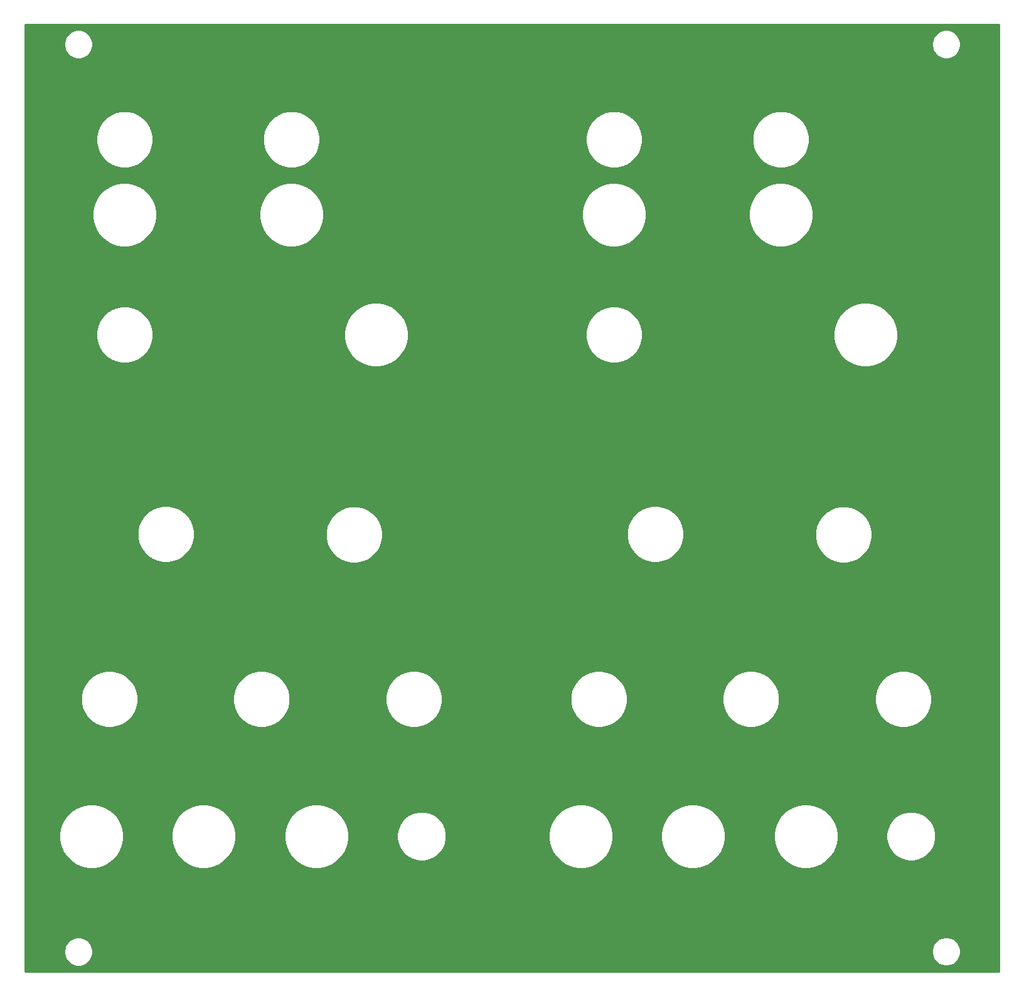
<source format=gbl>
%TF.GenerationSoftware,KiCad,Pcbnew,(5.1.12)-1*%
%TF.CreationDate,2021-11-26T17:34:04-08:00*%
%TF.ProjectId,VCA Front Pannel,56434120-4672-46f6-9e74-2050616e6e65,rev?*%
%TF.SameCoordinates,Original*%
%TF.FileFunction,Copper,L2,Bot*%
%TF.FilePolarity,Positive*%
%FSLAX46Y46*%
G04 Gerber Fmt 4.6, Leading zero omitted, Abs format (unit mm)*
G04 Created by KiCad (PCBNEW (5.1.12)-1) date 2021-11-26 17:34:04*
%MOMM*%
%LPD*%
G01*
G04 APERTURE LIST*
%TA.AperFunction,NonConductor*%
%ADD10C,0.254000*%
%TD*%
%TA.AperFunction,NonConductor*%
%ADD11C,0.100000*%
%TD*%
G04 APERTURE END LIST*
D10*
X163228001Y-152948000D02*
X31852000Y-152948000D01*
X31852000Y-150106710D01*
X37037496Y-150106710D01*
X37037496Y-150493290D01*
X37112914Y-150872441D01*
X37260851Y-151229594D01*
X37475623Y-151551024D01*
X37748976Y-151824377D01*
X38070406Y-152039149D01*
X38427559Y-152187086D01*
X38806710Y-152262504D01*
X39193290Y-152262504D01*
X39572441Y-152187086D01*
X39929594Y-152039149D01*
X40251024Y-151824377D01*
X40524377Y-151551024D01*
X40739149Y-151229594D01*
X40887086Y-150872441D01*
X40962504Y-150493290D01*
X40962504Y-150106710D01*
X40955821Y-150073110D01*
X154137496Y-150073110D01*
X154137496Y-150459690D01*
X154212914Y-150838841D01*
X154360851Y-151195994D01*
X154575623Y-151517424D01*
X154848976Y-151790777D01*
X155170406Y-152005549D01*
X155527559Y-152153486D01*
X155906710Y-152228904D01*
X156293290Y-152228904D01*
X156672441Y-152153486D01*
X157029594Y-152005549D01*
X157351024Y-151790777D01*
X157624377Y-151517424D01*
X157839149Y-151195994D01*
X157987086Y-150838841D01*
X158062504Y-150459690D01*
X158062504Y-150073110D01*
X157987086Y-149693959D01*
X157839149Y-149336806D01*
X157624377Y-149015376D01*
X157351024Y-148742023D01*
X157029594Y-148527251D01*
X156672441Y-148379314D01*
X156293290Y-148303896D01*
X155906710Y-148303896D01*
X155527559Y-148379314D01*
X155170406Y-148527251D01*
X154848976Y-148742023D01*
X154575623Y-149015376D01*
X154360851Y-149336806D01*
X154212914Y-149693959D01*
X154137496Y-150073110D01*
X40955821Y-150073110D01*
X40887086Y-149727559D01*
X40739149Y-149370406D01*
X40524377Y-149048976D01*
X40251024Y-148775623D01*
X39929594Y-148560851D01*
X39572441Y-148412914D01*
X39193290Y-148337496D01*
X38806710Y-148337496D01*
X38427559Y-148412914D01*
X38070406Y-148560851D01*
X37748976Y-148775623D01*
X37475623Y-149048976D01*
X37260851Y-149370406D01*
X37112914Y-149727559D01*
X37037496Y-150106710D01*
X31852000Y-150106710D01*
X31852000Y-134273469D01*
X36416052Y-134273469D01*
X36416052Y-135130531D01*
X36583257Y-135971125D01*
X36911240Y-136762947D01*
X37387398Y-137475567D01*
X37993433Y-138081602D01*
X38706053Y-138557760D01*
X39497875Y-138885743D01*
X40338469Y-139052948D01*
X41195531Y-139052948D01*
X42036125Y-138885743D01*
X42827947Y-138557760D01*
X43540567Y-138081602D01*
X44146602Y-137475567D01*
X44622760Y-136762947D01*
X44950743Y-135971125D01*
X45117948Y-135130531D01*
X45117948Y-134273469D01*
X51529052Y-134273469D01*
X51529052Y-135130531D01*
X51696257Y-135971125D01*
X52024240Y-136762947D01*
X52500398Y-137475567D01*
X53106433Y-138081602D01*
X53819053Y-138557760D01*
X54610875Y-138885743D01*
X55451469Y-139052948D01*
X56308531Y-139052948D01*
X57149125Y-138885743D01*
X57940947Y-138557760D01*
X58653567Y-138081602D01*
X59259602Y-137475567D01*
X59735760Y-136762947D01*
X60063743Y-135971125D01*
X60230948Y-135130531D01*
X60230948Y-134273469D01*
X66769052Y-134273469D01*
X66769052Y-135130531D01*
X66936257Y-135971125D01*
X67264240Y-136762947D01*
X67740398Y-137475567D01*
X68346433Y-138081602D01*
X69059053Y-138557760D01*
X69850875Y-138885743D01*
X70691469Y-139052948D01*
X71548531Y-139052948D01*
X72389125Y-138885743D01*
X73180947Y-138557760D01*
X73893567Y-138081602D01*
X74499602Y-137475567D01*
X74975760Y-136762947D01*
X75303743Y-135971125D01*
X75470948Y-135130531D01*
X75470948Y-134371486D01*
X81951237Y-134371486D01*
X81951237Y-135032514D01*
X82080197Y-135680840D01*
X82333161Y-136291550D01*
X82700409Y-136841174D01*
X83167826Y-137308591D01*
X83717450Y-137675839D01*
X84328160Y-137928803D01*
X84976486Y-138057763D01*
X85637514Y-138057763D01*
X86285840Y-137928803D01*
X86896550Y-137675839D01*
X87446174Y-137308591D01*
X87913591Y-136841174D01*
X88280839Y-136291550D01*
X88533803Y-135680840D01*
X88662763Y-135032514D01*
X88662763Y-134371486D01*
X88643267Y-134273469D01*
X102456052Y-134273469D01*
X102456052Y-135130531D01*
X102623257Y-135971125D01*
X102951240Y-136762947D01*
X103427398Y-137475567D01*
X104033433Y-138081602D01*
X104746053Y-138557760D01*
X105537875Y-138885743D01*
X106378469Y-139052948D01*
X107235531Y-139052948D01*
X108076125Y-138885743D01*
X108867947Y-138557760D01*
X109580567Y-138081602D01*
X110186602Y-137475567D01*
X110662760Y-136762947D01*
X110990743Y-135971125D01*
X111157948Y-135130531D01*
X111157948Y-134273469D01*
X117569052Y-134273469D01*
X117569052Y-135130531D01*
X117736257Y-135971125D01*
X118064240Y-136762947D01*
X118540398Y-137475567D01*
X119146433Y-138081602D01*
X119859053Y-138557760D01*
X120650875Y-138885743D01*
X121491469Y-139052948D01*
X122348531Y-139052948D01*
X123189125Y-138885743D01*
X123980947Y-138557760D01*
X124693567Y-138081602D01*
X125299602Y-137475567D01*
X125775760Y-136762947D01*
X126103743Y-135971125D01*
X126270948Y-135130531D01*
X126270948Y-134273469D01*
X132809052Y-134273469D01*
X132809052Y-135130531D01*
X132976257Y-135971125D01*
X133304240Y-136762947D01*
X133780398Y-137475567D01*
X134386433Y-138081602D01*
X135099053Y-138557760D01*
X135890875Y-138885743D01*
X136731469Y-139052948D01*
X137588531Y-139052948D01*
X138429125Y-138885743D01*
X139220947Y-138557760D01*
X139933567Y-138081602D01*
X140539602Y-137475567D01*
X141015760Y-136762947D01*
X141343743Y-135971125D01*
X141510948Y-135130531D01*
X141510948Y-134371486D01*
X147991237Y-134371486D01*
X147991237Y-135032514D01*
X148120197Y-135680840D01*
X148373161Y-136291550D01*
X148740409Y-136841174D01*
X149207826Y-137308591D01*
X149757450Y-137675839D01*
X150368160Y-137928803D01*
X151016486Y-138057763D01*
X151677514Y-138057763D01*
X152325840Y-137928803D01*
X152936550Y-137675839D01*
X153486174Y-137308591D01*
X153953591Y-136841174D01*
X154320839Y-136291550D01*
X154573803Y-135680840D01*
X154702763Y-135032514D01*
X154702763Y-134371486D01*
X154573803Y-133723160D01*
X154320839Y-133112450D01*
X153953591Y-132562826D01*
X153486174Y-132095409D01*
X152936550Y-131728161D01*
X152325840Y-131475197D01*
X151677514Y-131346237D01*
X151016486Y-131346237D01*
X150368160Y-131475197D01*
X149757450Y-131728161D01*
X149207826Y-132095409D01*
X148740409Y-132562826D01*
X148373161Y-133112450D01*
X148120197Y-133723160D01*
X147991237Y-134371486D01*
X141510948Y-134371486D01*
X141510948Y-134273469D01*
X141343743Y-133432875D01*
X141015760Y-132641053D01*
X140539602Y-131928433D01*
X139933567Y-131322398D01*
X139220947Y-130846240D01*
X138429125Y-130518257D01*
X137588531Y-130351052D01*
X136731469Y-130351052D01*
X135890875Y-130518257D01*
X135099053Y-130846240D01*
X134386433Y-131322398D01*
X133780398Y-131928433D01*
X133304240Y-132641053D01*
X132976257Y-133432875D01*
X132809052Y-134273469D01*
X126270948Y-134273469D01*
X126103743Y-133432875D01*
X125775760Y-132641053D01*
X125299602Y-131928433D01*
X124693567Y-131322398D01*
X123980947Y-130846240D01*
X123189125Y-130518257D01*
X122348531Y-130351052D01*
X121491469Y-130351052D01*
X120650875Y-130518257D01*
X119859053Y-130846240D01*
X119146433Y-131322398D01*
X118540398Y-131928433D01*
X118064240Y-132641053D01*
X117736257Y-133432875D01*
X117569052Y-134273469D01*
X111157948Y-134273469D01*
X110990743Y-133432875D01*
X110662760Y-132641053D01*
X110186602Y-131928433D01*
X109580567Y-131322398D01*
X108867947Y-130846240D01*
X108076125Y-130518257D01*
X107235531Y-130351052D01*
X106378469Y-130351052D01*
X105537875Y-130518257D01*
X104746053Y-130846240D01*
X104033433Y-131322398D01*
X103427398Y-131928433D01*
X102951240Y-132641053D01*
X102623257Y-133432875D01*
X102456052Y-134273469D01*
X88643267Y-134273469D01*
X88533803Y-133723160D01*
X88280839Y-133112450D01*
X87913591Y-132562826D01*
X87446174Y-132095409D01*
X86896550Y-131728161D01*
X86285840Y-131475197D01*
X85637514Y-131346237D01*
X84976486Y-131346237D01*
X84328160Y-131475197D01*
X83717450Y-131728161D01*
X83167826Y-132095409D01*
X82700409Y-132562826D01*
X82333161Y-133112450D01*
X82080197Y-133723160D01*
X81951237Y-134371486D01*
X75470948Y-134371486D01*
X75470948Y-134273469D01*
X75303743Y-133432875D01*
X74975760Y-132641053D01*
X74499602Y-131928433D01*
X73893567Y-131322398D01*
X73180947Y-130846240D01*
X72389125Y-130518257D01*
X71548531Y-130351052D01*
X70691469Y-130351052D01*
X69850875Y-130518257D01*
X69059053Y-130846240D01*
X68346433Y-131322398D01*
X67740398Y-131928433D01*
X67264240Y-132641053D01*
X66936257Y-133432875D01*
X66769052Y-134273469D01*
X60230948Y-134273469D01*
X60063743Y-133432875D01*
X59735760Y-132641053D01*
X59259602Y-131928433D01*
X58653567Y-131322398D01*
X57940947Y-130846240D01*
X57149125Y-130518257D01*
X56308531Y-130351052D01*
X55451469Y-130351052D01*
X54610875Y-130518257D01*
X53819053Y-130846240D01*
X53106433Y-131322398D01*
X52500398Y-131928433D01*
X52024240Y-132641053D01*
X51696257Y-133432875D01*
X51529052Y-134273469D01*
X45117948Y-134273469D01*
X44950743Y-133432875D01*
X44622760Y-132641053D01*
X44146602Y-131928433D01*
X43540567Y-131322398D01*
X42827947Y-130846240D01*
X42036125Y-130518257D01*
X41195531Y-130351052D01*
X40338469Y-130351052D01*
X39497875Y-130518257D01*
X38706053Y-130846240D01*
X37993433Y-131322398D01*
X37387398Y-131928433D01*
X36911240Y-132641053D01*
X36583257Y-133432875D01*
X36416052Y-134273469D01*
X31852000Y-134273469D01*
X31852000Y-115825478D01*
X39326645Y-115825478D01*
X39326645Y-116584522D01*
X39474727Y-117328982D01*
X39765201Y-118030248D01*
X40186904Y-118661371D01*
X40723629Y-119198096D01*
X41354752Y-119619799D01*
X42056018Y-119910273D01*
X42800478Y-120058355D01*
X43559522Y-120058355D01*
X44303982Y-119910273D01*
X45005248Y-119619799D01*
X45636371Y-119198096D01*
X46173096Y-118661371D01*
X46594799Y-118030248D01*
X46885273Y-117328982D01*
X47033355Y-116584522D01*
X47033355Y-115825478D01*
X59866645Y-115825478D01*
X59866645Y-116584522D01*
X60014727Y-117328982D01*
X60305201Y-118030248D01*
X60726904Y-118661371D01*
X61263629Y-119198096D01*
X61894752Y-119619799D01*
X62596018Y-119910273D01*
X63340478Y-120058355D01*
X64099522Y-120058355D01*
X64843982Y-119910273D01*
X65545248Y-119619799D01*
X66176371Y-119198096D01*
X66713096Y-118661371D01*
X67134799Y-118030248D01*
X67425273Y-117328982D01*
X67573355Y-116584522D01*
X67573355Y-115825478D01*
X80406645Y-115825478D01*
X80406645Y-116584522D01*
X80554727Y-117328982D01*
X80845201Y-118030248D01*
X81266904Y-118661371D01*
X81803629Y-119198096D01*
X82434752Y-119619799D01*
X83136018Y-119910273D01*
X83880478Y-120058355D01*
X84639522Y-120058355D01*
X85383982Y-119910273D01*
X86085248Y-119619799D01*
X86716371Y-119198096D01*
X87253096Y-118661371D01*
X87674799Y-118030248D01*
X87965273Y-117328982D01*
X88113355Y-116584522D01*
X88113355Y-115825478D01*
X105366645Y-115825478D01*
X105366645Y-116584522D01*
X105514727Y-117328982D01*
X105805201Y-118030248D01*
X106226904Y-118661371D01*
X106763629Y-119198096D01*
X107394752Y-119619799D01*
X108096018Y-119910273D01*
X108840478Y-120058355D01*
X109599522Y-120058355D01*
X110343982Y-119910273D01*
X111045248Y-119619799D01*
X111676371Y-119198096D01*
X112213096Y-118661371D01*
X112634799Y-118030248D01*
X112925273Y-117328982D01*
X113073355Y-116584522D01*
X113073355Y-115825478D01*
X125906645Y-115825478D01*
X125906645Y-116584522D01*
X126054727Y-117328982D01*
X126345201Y-118030248D01*
X126766904Y-118661371D01*
X127303629Y-119198096D01*
X127934752Y-119619799D01*
X128636018Y-119910273D01*
X129380478Y-120058355D01*
X130139522Y-120058355D01*
X130883982Y-119910273D01*
X131585248Y-119619799D01*
X132216371Y-119198096D01*
X132753096Y-118661371D01*
X133174799Y-118030248D01*
X133465273Y-117328982D01*
X133613355Y-116584522D01*
X133613355Y-115825478D01*
X146446645Y-115825478D01*
X146446645Y-116584522D01*
X146594727Y-117328982D01*
X146885201Y-118030248D01*
X147306904Y-118661371D01*
X147843629Y-119198096D01*
X148474752Y-119619799D01*
X149176018Y-119910273D01*
X149920478Y-120058355D01*
X150679522Y-120058355D01*
X151423982Y-119910273D01*
X152125248Y-119619799D01*
X152756371Y-119198096D01*
X153293096Y-118661371D01*
X153714799Y-118030248D01*
X154005273Y-117328982D01*
X154153355Y-116584522D01*
X154153355Y-115825478D01*
X154005273Y-115081018D01*
X153714799Y-114379752D01*
X153293096Y-113748629D01*
X152756371Y-113211904D01*
X152125248Y-112790201D01*
X151423982Y-112499727D01*
X150679522Y-112351645D01*
X149920478Y-112351645D01*
X149176018Y-112499727D01*
X148474752Y-112790201D01*
X147843629Y-113211904D01*
X147306904Y-113748629D01*
X146885201Y-114379752D01*
X146594727Y-115081018D01*
X146446645Y-115825478D01*
X133613355Y-115825478D01*
X133465273Y-115081018D01*
X133174799Y-114379752D01*
X132753096Y-113748629D01*
X132216371Y-113211904D01*
X131585248Y-112790201D01*
X130883982Y-112499727D01*
X130139522Y-112351645D01*
X129380478Y-112351645D01*
X128636018Y-112499727D01*
X127934752Y-112790201D01*
X127303629Y-113211904D01*
X126766904Y-113748629D01*
X126345201Y-114379752D01*
X126054727Y-115081018D01*
X125906645Y-115825478D01*
X113073355Y-115825478D01*
X112925273Y-115081018D01*
X112634799Y-114379752D01*
X112213096Y-113748629D01*
X111676371Y-113211904D01*
X111045248Y-112790201D01*
X110343982Y-112499727D01*
X109599522Y-112351645D01*
X108840478Y-112351645D01*
X108096018Y-112499727D01*
X107394752Y-112790201D01*
X106763629Y-113211904D01*
X106226904Y-113748629D01*
X105805201Y-114379752D01*
X105514727Y-115081018D01*
X105366645Y-115825478D01*
X88113355Y-115825478D01*
X87965273Y-115081018D01*
X87674799Y-114379752D01*
X87253096Y-113748629D01*
X86716371Y-113211904D01*
X86085248Y-112790201D01*
X85383982Y-112499727D01*
X84639522Y-112351645D01*
X83880478Y-112351645D01*
X83136018Y-112499727D01*
X82434752Y-112790201D01*
X81803629Y-113211904D01*
X81266904Y-113748629D01*
X80845201Y-114379752D01*
X80554727Y-115081018D01*
X80406645Y-115825478D01*
X67573355Y-115825478D01*
X67425273Y-115081018D01*
X67134799Y-114379752D01*
X66713096Y-113748629D01*
X66176371Y-113211904D01*
X65545248Y-112790201D01*
X64843982Y-112499727D01*
X64099522Y-112351645D01*
X63340478Y-112351645D01*
X62596018Y-112499727D01*
X61894752Y-112790201D01*
X61263629Y-113211904D01*
X60726904Y-113748629D01*
X60305201Y-114379752D01*
X60014727Y-115081018D01*
X59866645Y-115825478D01*
X47033355Y-115825478D01*
X46885273Y-115081018D01*
X46594799Y-114379752D01*
X46173096Y-113748629D01*
X45636371Y-113211904D01*
X45005248Y-112790201D01*
X44303982Y-112499727D01*
X43559522Y-112351645D01*
X42800478Y-112351645D01*
X42056018Y-112499727D01*
X41354752Y-112790201D01*
X40723629Y-113211904D01*
X40186904Y-113748629D01*
X39765201Y-114379752D01*
X39474727Y-115081018D01*
X39326645Y-115825478D01*
X31852000Y-115825478D01*
X31852000Y-93535478D01*
X46946645Y-93535478D01*
X46946645Y-94294522D01*
X47094727Y-95038982D01*
X47385201Y-95740248D01*
X47806904Y-96371371D01*
X48343629Y-96908096D01*
X48974752Y-97329799D01*
X49676018Y-97620273D01*
X50420478Y-97768355D01*
X51179522Y-97768355D01*
X51923982Y-97620273D01*
X52625248Y-97329799D01*
X53256371Y-96908096D01*
X53793096Y-96371371D01*
X54214799Y-95740248D01*
X54505273Y-95038982D01*
X54653355Y-94294522D01*
X54653355Y-93600478D01*
X72346645Y-93600478D01*
X72346645Y-94359522D01*
X72494727Y-95103982D01*
X72785201Y-95805248D01*
X73206904Y-96436371D01*
X73743629Y-96973096D01*
X74374752Y-97394799D01*
X75076018Y-97685273D01*
X75820478Y-97833355D01*
X76579522Y-97833355D01*
X77323982Y-97685273D01*
X78025248Y-97394799D01*
X78656371Y-96973096D01*
X79193096Y-96436371D01*
X79614799Y-95805248D01*
X79905273Y-95103982D01*
X80053355Y-94359522D01*
X80053355Y-93600478D01*
X80040426Y-93535478D01*
X112986645Y-93535478D01*
X112986645Y-94294522D01*
X113134727Y-95038982D01*
X113425201Y-95740248D01*
X113846904Y-96371371D01*
X114383629Y-96908096D01*
X115014752Y-97329799D01*
X115716018Y-97620273D01*
X116460478Y-97768355D01*
X117219522Y-97768355D01*
X117963982Y-97620273D01*
X118665248Y-97329799D01*
X119296371Y-96908096D01*
X119833096Y-96371371D01*
X120254799Y-95740248D01*
X120545273Y-95038982D01*
X120693355Y-94294522D01*
X120693355Y-93600478D01*
X138386645Y-93600478D01*
X138386645Y-94359522D01*
X138534727Y-95103982D01*
X138825201Y-95805248D01*
X139246904Y-96436371D01*
X139783629Y-96973096D01*
X140414752Y-97394799D01*
X141116018Y-97685273D01*
X141860478Y-97833355D01*
X142619522Y-97833355D01*
X143363982Y-97685273D01*
X144065248Y-97394799D01*
X144696371Y-96973096D01*
X145233096Y-96436371D01*
X145654799Y-95805248D01*
X145945273Y-95103982D01*
X146093355Y-94359522D01*
X146093355Y-93600478D01*
X145945273Y-92856018D01*
X145654799Y-92154752D01*
X145233096Y-91523629D01*
X144696371Y-90986904D01*
X144065248Y-90565201D01*
X143363982Y-90274727D01*
X142619522Y-90126645D01*
X141860478Y-90126645D01*
X141116018Y-90274727D01*
X140414752Y-90565201D01*
X139783629Y-90986904D01*
X139246904Y-91523629D01*
X138825201Y-92154752D01*
X138534727Y-92856018D01*
X138386645Y-93600478D01*
X120693355Y-93600478D01*
X120693355Y-93535478D01*
X120545273Y-92791018D01*
X120254799Y-92089752D01*
X119833096Y-91458629D01*
X119296371Y-90921904D01*
X118665248Y-90500201D01*
X117963982Y-90209727D01*
X117219522Y-90061645D01*
X116460478Y-90061645D01*
X115716018Y-90209727D01*
X115014752Y-90500201D01*
X114383629Y-90921904D01*
X113846904Y-91458629D01*
X113425201Y-92089752D01*
X113134727Y-92791018D01*
X112986645Y-93535478D01*
X80040426Y-93535478D01*
X79905273Y-92856018D01*
X79614799Y-92154752D01*
X79193096Y-91523629D01*
X78656371Y-90986904D01*
X78025248Y-90565201D01*
X77323982Y-90274727D01*
X76579522Y-90126645D01*
X75820478Y-90126645D01*
X75076018Y-90274727D01*
X74374752Y-90565201D01*
X73743629Y-90986904D01*
X73206904Y-91523629D01*
X72785201Y-92154752D01*
X72494727Y-92856018D01*
X72346645Y-93600478D01*
X54653355Y-93600478D01*
X54653355Y-93535478D01*
X54505273Y-92791018D01*
X54214799Y-92089752D01*
X53793096Y-91458629D01*
X53256371Y-90921904D01*
X52625248Y-90500201D01*
X51923982Y-90209727D01*
X51179522Y-90061645D01*
X50420478Y-90061645D01*
X49676018Y-90209727D01*
X48974752Y-90500201D01*
X48343629Y-90921904D01*
X47806904Y-91458629D01*
X47385201Y-92089752D01*
X47094727Y-92791018D01*
X46946645Y-93535478D01*
X31852000Y-93535478D01*
X31852000Y-66635478D01*
X41373645Y-66635478D01*
X41373645Y-67394522D01*
X41521727Y-68138982D01*
X41812201Y-68840248D01*
X42233904Y-69471371D01*
X42770629Y-70008096D01*
X43401752Y-70429799D01*
X44103018Y-70720273D01*
X44847478Y-70868355D01*
X45606522Y-70868355D01*
X46350982Y-70720273D01*
X47052248Y-70429799D01*
X47683371Y-70008096D01*
X48220096Y-69471371D01*
X48641799Y-68840248D01*
X48932273Y-68138982D01*
X49080355Y-67394522D01*
X49080355Y-66635478D01*
X49070607Y-66586469D01*
X74819052Y-66586469D01*
X74819052Y-67443531D01*
X74986257Y-68284125D01*
X75314240Y-69075947D01*
X75790398Y-69788567D01*
X76396433Y-70394602D01*
X77109053Y-70870760D01*
X77900875Y-71198743D01*
X78741469Y-71365948D01*
X79598531Y-71365948D01*
X80439125Y-71198743D01*
X81230947Y-70870760D01*
X81943567Y-70394602D01*
X82549602Y-69788567D01*
X83025760Y-69075947D01*
X83353743Y-68284125D01*
X83520948Y-67443531D01*
X83520948Y-66635478D01*
X107413645Y-66635478D01*
X107413645Y-67394522D01*
X107561727Y-68138982D01*
X107852201Y-68840248D01*
X108273904Y-69471371D01*
X108810629Y-70008096D01*
X109441752Y-70429799D01*
X110143018Y-70720273D01*
X110887478Y-70868355D01*
X111646522Y-70868355D01*
X112390982Y-70720273D01*
X113092248Y-70429799D01*
X113723371Y-70008096D01*
X114260096Y-69471371D01*
X114681799Y-68840248D01*
X114972273Y-68138982D01*
X115120355Y-67394522D01*
X115120355Y-66635478D01*
X115110607Y-66586469D01*
X140859052Y-66586469D01*
X140859052Y-67443531D01*
X141026257Y-68284125D01*
X141354240Y-69075947D01*
X141830398Y-69788567D01*
X142436433Y-70394602D01*
X143149053Y-70870760D01*
X143940875Y-71198743D01*
X144781469Y-71365948D01*
X145638531Y-71365948D01*
X146479125Y-71198743D01*
X147270947Y-70870760D01*
X147983567Y-70394602D01*
X148589602Y-69788567D01*
X149065760Y-69075947D01*
X149393743Y-68284125D01*
X149560948Y-67443531D01*
X149560948Y-66586469D01*
X149393743Y-65745875D01*
X149065760Y-64954053D01*
X148589602Y-64241433D01*
X147983567Y-63635398D01*
X147270947Y-63159240D01*
X146479125Y-62831257D01*
X145638531Y-62664052D01*
X144781469Y-62664052D01*
X143940875Y-62831257D01*
X143149053Y-63159240D01*
X142436433Y-63635398D01*
X141830398Y-64241433D01*
X141354240Y-64954053D01*
X141026257Y-65745875D01*
X140859052Y-66586469D01*
X115110607Y-66586469D01*
X114972273Y-65891018D01*
X114681799Y-65189752D01*
X114260096Y-64558629D01*
X113723371Y-64021904D01*
X113092248Y-63600201D01*
X112390982Y-63309727D01*
X111646522Y-63161645D01*
X110887478Y-63161645D01*
X110143018Y-63309727D01*
X109441752Y-63600201D01*
X108810629Y-64021904D01*
X108273904Y-64558629D01*
X107852201Y-65189752D01*
X107561727Y-65891018D01*
X107413645Y-66635478D01*
X83520948Y-66635478D01*
X83520948Y-66586469D01*
X83353743Y-65745875D01*
X83025760Y-64954053D01*
X82549602Y-64241433D01*
X81943567Y-63635398D01*
X81230947Y-63159240D01*
X80439125Y-62831257D01*
X79598531Y-62664052D01*
X78741469Y-62664052D01*
X77900875Y-62831257D01*
X77109053Y-63159240D01*
X76396433Y-63635398D01*
X75790398Y-64241433D01*
X75314240Y-64954053D01*
X74986257Y-65745875D01*
X74819052Y-66586469D01*
X49070607Y-66586469D01*
X48932273Y-65891018D01*
X48641799Y-65189752D01*
X48220096Y-64558629D01*
X47683371Y-64021904D01*
X47052248Y-63600201D01*
X46350982Y-63309727D01*
X45606522Y-63161645D01*
X44847478Y-63161645D01*
X44103018Y-63309727D01*
X43401752Y-63600201D01*
X42770629Y-64021904D01*
X42233904Y-64558629D01*
X41812201Y-65189752D01*
X41521727Y-65891018D01*
X41373645Y-66635478D01*
X31852000Y-66635478D01*
X31852000Y-50371469D01*
X40876052Y-50371469D01*
X40876052Y-51228531D01*
X41043257Y-52069125D01*
X41371240Y-52860947D01*
X41847398Y-53573567D01*
X42453433Y-54179602D01*
X43166053Y-54655760D01*
X43957875Y-54983743D01*
X44798469Y-55150948D01*
X45655531Y-55150948D01*
X46496125Y-54983743D01*
X47287947Y-54655760D01*
X48000567Y-54179602D01*
X48606602Y-53573567D01*
X49082760Y-52860947D01*
X49410743Y-52069125D01*
X49577948Y-51228531D01*
X49577948Y-50371469D01*
X63389052Y-50371469D01*
X63389052Y-51228531D01*
X63556257Y-52069125D01*
X63884240Y-52860947D01*
X64360398Y-53573567D01*
X64966433Y-54179602D01*
X65679053Y-54655760D01*
X66470875Y-54983743D01*
X67311469Y-55150948D01*
X68168531Y-55150948D01*
X69009125Y-54983743D01*
X69800947Y-54655760D01*
X70513567Y-54179602D01*
X71119602Y-53573567D01*
X71595760Y-52860947D01*
X71923743Y-52069125D01*
X72090948Y-51228531D01*
X72090948Y-50371469D01*
X106916052Y-50371469D01*
X106916052Y-51228531D01*
X107083257Y-52069125D01*
X107411240Y-52860947D01*
X107887398Y-53573567D01*
X108493433Y-54179602D01*
X109206053Y-54655760D01*
X109997875Y-54983743D01*
X110838469Y-55150948D01*
X111695531Y-55150948D01*
X112536125Y-54983743D01*
X113327947Y-54655760D01*
X114040567Y-54179602D01*
X114646602Y-53573567D01*
X115122760Y-52860947D01*
X115450743Y-52069125D01*
X115617948Y-51228531D01*
X115617948Y-50371469D01*
X129429052Y-50371469D01*
X129429052Y-51228531D01*
X129596257Y-52069125D01*
X129924240Y-52860947D01*
X130400398Y-53573567D01*
X131006433Y-54179602D01*
X131719053Y-54655760D01*
X132510875Y-54983743D01*
X133351469Y-55150948D01*
X134208531Y-55150948D01*
X135049125Y-54983743D01*
X135840947Y-54655760D01*
X136553567Y-54179602D01*
X137159602Y-53573567D01*
X137635760Y-52860947D01*
X137963743Y-52069125D01*
X138130948Y-51228531D01*
X138130948Y-50371469D01*
X137963743Y-49530875D01*
X137635760Y-48739053D01*
X137159602Y-48026433D01*
X136553567Y-47420398D01*
X135840947Y-46944240D01*
X135049125Y-46616257D01*
X134208531Y-46449052D01*
X133351469Y-46449052D01*
X132510875Y-46616257D01*
X131719053Y-46944240D01*
X131006433Y-47420398D01*
X130400398Y-48026433D01*
X129924240Y-48739053D01*
X129596257Y-49530875D01*
X129429052Y-50371469D01*
X115617948Y-50371469D01*
X115450743Y-49530875D01*
X115122760Y-48739053D01*
X114646602Y-48026433D01*
X114040567Y-47420398D01*
X113327947Y-46944240D01*
X112536125Y-46616257D01*
X111695531Y-46449052D01*
X110838469Y-46449052D01*
X109997875Y-46616257D01*
X109206053Y-46944240D01*
X108493433Y-47420398D01*
X107887398Y-48026433D01*
X107411240Y-48739053D01*
X107083257Y-49530875D01*
X106916052Y-50371469D01*
X72090948Y-50371469D01*
X71923743Y-49530875D01*
X71595760Y-48739053D01*
X71119602Y-48026433D01*
X70513567Y-47420398D01*
X69800947Y-46944240D01*
X69009125Y-46616257D01*
X68168531Y-46449052D01*
X67311469Y-46449052D01*
X66470875Y-46616257D01*
X65679053Y-46944240D01*
X64966433Y-47420398D01*
X64360398Y-48026433D01*
X63884240Y-48739053D01*
X63556257Y-49530875D01*
X63389052Y-50371469D01*
X49577948Y-50371469D01*
X49410743Y-49530875D01*
X49082760Y-48739053D01*
X48606602Y-48026433D01*
X48000567Y-47420398D01*
X47287947Y-46944240D01*
X46496125Y-46616257D01*
X45655531Y-46449052D01*
X44798469Y-46449052D01*
X43957875Y-46616257D01*
X43166053Y-46944240D01*
X42453433Y-47420398D01*
X41847398Y-48026433D01*
X41371240Y-48739053D01*
X41043257Y-49530875D01*
X40876052Y-50371469D01*
X31852000Y-50371469D01*
X31852000Y-40260478D01*
X41373645Y-40260478D01*
X41373645Y-41019522D01*
X41521727Y-41763982D01*
X41812201Y-42465248D01*
X42233904Y-43096371D01*
X42770629Y-43633096D01*
X43401752Y-44054799D01*
X44103018Y-44345273D01*
X44847478Y-44493355D01*
X45606522Y-44493355D01*
X46350982Y-44345273D01*
X47052248Y-44054799D01*
X47683371Y-43633096D01*
X48220096Y-43096371D01*
X48641799Y-42465248D01*
X48932273Y-41763982D01*
X49080355Y-41019522D01*
X49080355Y-40260478D01*
X63886645Y-40260478D01*
X63886645Y-41019522D01*
X64034727Y-41763982D01*
X64325201Y-42465248D01*
X64746904Y-43096371D01*
X65283629Y-43633096D01*
X65914752Y-44054799D01*
X66616018Y-44345273D01*
X67360478Y-44493355D01*
X68119522Y-44493355D01*
X68863982Y-44345273D01*
X69565248Y-44054799D01*
X70196371Y-43633096D01*
X70733096Y-43096371D01*
X71154799Y-42465248D01*
X71445273Y-41763982D01*
X71593355Y-41019522D01*
X71593355Y-40260478D01*
X107413645Y-40260478D01*
X107413645Y-41019522D01*
X107561727Y-41763982D01*
X107852201Y-42465248D01*
X108273904Y-43096371D01*
X108810629Y-43633096D01*
X109441752Y-44054799D01*
X110143018Y-44345273D01*
X110887478Y-44493355D01*
X111646522Y-44493355D01*
X112390982Y-44345273D01*
X113092248Y-44054799D01*
X113723371Y-43633096D01*
X114260096Y-43096371D01*
X114681799Y-42465248D01*
X114972273Y-41763982D01*
X115120355Y-41019522D01*
X115120355Y-40260478D01*
X129926645Y-40260478D01*
X129926645Y-41019522D01*
X130074727Y-41763982D01*
X130365201Y-42465248D01*
X130786904Y-43096371D01*
X131323629Y-43633096D01*
X131954752Y-44054799D01*
X132656018Y-44345273D01*
X133400478Y-44493355D01*
X134159522Y-44493355D01*
X134903982Y-44345273D01*
X135605248Y-44054799D01*
X136236371Y-43633096D01*
X136773096Y-43096371D01*
X137194799Y-42465248D01*
X137485273Y-41763982D01*
X137633355Y-41019522D01*
X137633355Y-40260478D01*
X137485273Y-39516018D01*
X137194799Y-38814752D01*
X136773096Y-38183629D01*
X136236371Y-37646904D01*
X135605248Y-37225201D01*
X134903982Y-36934727D01*
X134159522Y-36786645D01*
X133400478Y-36786645D01*
X132656018Y-36934727D01*
X131954752Y-37225201D01*
X131323629Y-37646904D01*
X130786904Y-38183629D01*
X130365201Y-38814752D01*
X130074727Y-39516018D01*
X129926645Y-40260478D01*
X115120355Y-40260478D01*
X114972273Y-39516018D01*
X114681799Y-38814752D01*
X114260096Y-38183629D01*
X113723371Y-37646904D01*
X113092248Y-37225201D01*
X112390982Y-36934727D01*
X111646522Y-36786645D01*
X110887478Y-36786645D01*
X110143018Y-36934727D01*
X109441752Y-37225201D01*
X108810629Y-37646904D01*
X108273904Y-38183629D01*
X107852201Y-38814752D01*
X107561727Y-39516018D01*
X107413645Y-40260478D01*
X71593355Y-40260478D01*
X71445273Y-39516018D01*
X71154799Y-38814752D01*
X70733096Y-38183629D01*
X70196371Y-37646904D01*
X69565248Y-37225201D01*
X68863982Y-36934727D01*
X68119522Y-36786645D01*
X67360478Y-36786645D01*
X66616018Y-36934727D01*
X65914752Y-37225201D01*
X65283629Y-37646904D01*
X64746904Y-38183629D01*
X64325201Y-38814752D01*
X64034727Y-39516018D01*
X63886645Y-40260478D01*
X49080355Y-40260478D01*
X48932273Y-39516018D01*
X48641799Y-38814752D01*
X48220096Y-38183629D01*
X47683371Y-37646904D01*
X47052248Y-37225201D01*
X46350982Y-36934727D01*
X45606522Y-36786645D01*
X44847478Y-36786645D01*
X44103018Y-36934727D01*
X43401752Y-37225201D01*
X42770629Y-37646904D01*
X42233904Y-38183629D01*
X41812201Y-38814752D01*
X41521727Y-39516018D01*
X41373645Y-40260478D01*
X31852000Y-40260478D01*
X31852000Y-27606710D01*
X37037496Y-27606710D01*
X37037496Y-27993290D01*
X37112914Y-28372441D01*
X37260851Y-28729594D01*
X37475623Y-29051024D01*
X37748976Y-29324377D01*
X38070406Y-29539149D01*
X38427559Y-29687086D01*
X38806710Y-29762504D01*
X39193290Y-29762504D01*
X39572441Y-29687086D01*
X39929594Y-29539149D01*
X40251024Y-29324377D01*
X40524377Y-29051024D01*
X40739149Y-28729594D01*
X40887086Y-28372441D01*
X40962504Y-27993290D01*
X40962504Y-27606710D01*
X154137496Y-27606710D01*
X154137496Y-27993290D01*
X154212914Y-28372441D01*
X154360851Y-28729594D01*
X154575623Y-29051024D01*
X154848976Y-29324377D01*
X155170406Y-29539149D01*
X155527559Y-29687086D01*
X155906710Y-29762504D01*
X156293290Y-29762504D01*
X156672441Y-29687086D01*
X157029594Y-29539149D01*
X157351024Y-29324377D01*
X157624377Y-29051024D01*
X157839149Y-28729594D01*
X157987086Y-28372441D01*
X158062504Y-27993290D01*
X158062504Y-27606710D01*
X157987086Y-27227559D01*
X157839149Y-26870406D01*
X157624377Y-26548976D01*
X157351024Y-26275623D01*
X157029594Y-26060851D01*
X156672441Y-25912914D01*
X156293290Y-25837496D01*
X155906710Y-25837496D01*
X155527559Y-25912914D01*
X155170406Y-26060851D01*
X154848976Y-26275623D01*
X154575623Y-26548976D01*
X154360851Y-26870406D01*
X154212914Y-27227559D01*
X154137496Y-27606710D01*
X40962504Y-27606710D01*
X40887086Y-27227559D01*
X40739149Y-26870406D01*
X40524377Y-26548976D01*
X40251024Y-26275623D01*
X39929594Y-26060851D01*
X39572441Y-25912914D01*
X39193290Y-25837496D01*
X38806710Y-25837496D01*
X38427559Y-25912914D01*
X38070406Y-26060851D01*
X37748976Y-26275623D01*
X37475623Y-26548976D01*
X37260851Y-26870406D01*
X37112914Y-27227559D01*
X37037496Y-27606710D01*
X31852000Y-27606710D01*
X31852000Y-25152000D01*
X163228000Y-25152000D01*
X163228001Y-152948000D01*
%TA.AperFunction,NonConductor*%
D11*
G36*
X163228001Y-152948000D02*
G01*
X31852000Y-152948000D01*
X31852000Y-150106710D01*
X37037496Y-150106710D01*
X37037496Y-150493290D01*
X37112914Y-150872441D01*
X37260851Y-151229594D01*
X37475623Y-151551024D01*
X37748976Y-151824377D01*
X38070406Y-152039149D01*
X38427559Y-152187086D01*
X38806710Y-152262504D01*
X39193290Y-152262504D01*
X39572441Y-152187086D01*
X39929594Y-152039149D01*
X40251024Y-151824377D01*
X40524377Y-151551024D01*
X40739149Y-151229594D01*
X40887086Y-150872441D01*
X40962504Y-150493290D01*
X40962504Y-150106710D01*
X40955821Y-150073110D01*
X154137496Y-150073110D01*
X154137496Y-150459690D01*
X154212914Y-150838841D01*
X154360851Y-151195994D01*
X154575623Y-151517424D01*
X154848976Y-151790777D01*
X155170406Y-152005549D01*
X155527559Y-152153486D01*
X155906710Y-152228904D01*
X156293290Y-152228904D01*
X156672441Y-152153486D01*
X157029594Y-152005549D01*
X157351024Y-151790777D01*
X157624377Y-151517424D01*
X157839149Y-151195994D01*
X157987086Y-150838841D01*
X158062504Y-150459690D01*
X158062504Y-150073110D01*
X157987086Y-149693959D01*
X157839149Y-149336806D01*
X157624377Y-149015376D01*
X157351024Y-148742023D01*
X157029594Y-148527251D01*
X156672441Y-148379314D01*
X156293290Y-148303896D01*
X155906710Y-148303896D01*
X155527559Y-148379314D01*
X155170406Y-148527251D01*
X154848976Y-148742023D01*
X154575623Y-149015376D01*
X154360851Y-149336806D01*
X154212914Y-149693959D01*
X154137496Y-150073110D01*
X40955821Y-150073110D01*
X40887086Y-149727559D01*
X40739149Y-149370406D01*
X40524377Y-149048976D01*
X40251024Y-148775623D01*
X39929594Y-148560851D01*
X39572441Y-148412914D01*
X39193290Y-148337496D01*
X38806710Y-148337496D01*
X38427559Y-148412914D01*
X38070406Y-148560851D01*
X37748976Y-148775623D01*
X37475623Y-149048976D01*
X37260851Y-149370406D01*
X37112914Y-149727559D01*
X37037496Y-150106710D01*
X31852000Y-150106710D01*
X31852000Y-134273469D01*
X36416052Y-134273469D01*
X36416052Y-135130531D01*
X36583257Y-135971125D01*
X36911240Y-136762947D01*
X37387398Y-137475567D01*
X37993433Y-138081602D01*
X38706053Y-138557760D01*
X39497875Y-138885743D01*
X40338469Y-139052948D01*
X41195531Y-139052948D01*
X42036125Y-138885743D01*
X42827947Y-138557760D01*
X43540567Y-138081602D01*
X44146602Y-137475567D01*
X44622760Y-136762947D01*
X44950743Y-135971125D01*
X45117948Y-135130531D01*
X45117948Y-134273469D01*
X51529052Y-134273469D01*
X51529052Y-135130531D01*
X51696257Y-135971125D01*
X52024240Y-136762947D01*
X52500398Y-137475567D01*
X53106433Y-138081602D01*
X53819053Y-138557760D01*
X54610875Y-138885743D01*
X55451469Y-139052948D01*
X56308531Y-139052948D01*
X57149125Y-138885743D01*
X57940947Y-138557760D01*
X58653567Y-138081602D01*
X59259602Y-137475567D01*
X59735760Y-136762947D01*
X60063743Y-135971125D01*
X60230948Y-135130531D01*
X60230948Y-134273469D01*
X66769052Y-134273469D01*
X66769052Y-135130531D01*
X66936257Y-135971125D01*
X67264240Y-136762947D01*
X67740398Y-137475567D01*
X68346433Y-138081602D01*
X69059053Y-138557760D01*
X69850875Y-138885743D01*
X70691469Y-139052948D01*
X71548531Y-139052948D01*
X72389125Y-138885743D01*
X73180947Y-138557760D01*
X73893567Y-138081602D01*
X74499602Y-137475567D01*
X74975760Y-136762947D01*
X75303743Y-135971125D01*
X75470948Y-135130531D01*
X75470948Y-134371486D01*
X81951237Y-134371486D01*
X81951237Y-135032514D01*
X82080197Y-135680840D01*
X82333161Y-136291550D01*
X82700409Y-136841174D01*
X83167826Y-137308591D01*
X83717450Y-137675839D01*
X84328160Y-137928803D01*
X84976486Y-138057763D01*
X85637514Y-138057763D01*
X86285840Y-137928803D01*
X86896550Y-137675839D01*
X87446174Y-137308591D01*
X87913591Y-136841174D01*
X88280839Y-136291550D01*
X88533803Y-135680840D01*
X88662763Y-135032514D01*
X88662763Y-134371486D01*
X88643267Y-134273469D01*
X102456052Y-134273469D01*
X102456052Y-135130531D01*
X102623257Y-135971125D01*
X102951240Y-136762947D01*
X103427398Y-137475567D01*
X104033433Y-138081602D01*
X104746053Y-138557760D01*
X105537875Y-138885743D01*
X106378469Y-139052948D01*
X107235531Y-139052948D01*
X108076125Y-138885743D01*
X108867947Y-138557760D01*
X109580567Y-138081602D01*
X110186602Y-137475567D01*
X110662760Y-136762947D01*
X110990743Y-135971125D01*
X111157948Y-135130531D01*
X111157948Y-134273469D01*
X117569052Y-134273469D01*
X117569052Y-135130531D01*
X117736257Y-135971125D01*
X118064240Y-136762947D01*
X118540398Y-137475567D01*
X119146433Y-138081602D01*
X119859053Y-138557760D01*
X120650875Y-138885743D01*
X121491469Y-139052948D01*
X122348531Y-139052948D01*
X123189125Y-138885743D01*
X123980947Y-138557760D01*
X124693567Y-138081602D01*
X125299602Y-137475567D01*
X125775760Y-136762947D01*
X126103743Y-135971125D01*
X126270948Y-135130531D01*
X126270948Y-134273469D01*
X132809052Y-134273469D01*
X132809052Y-135130531D01*
X132976257Y-135971125D01*
X133304240Y-136762947D01*
X133780398Y-137475567D01*
X134386433Y-138081602D01*
X135099053Y-138557760D01*
X135890875Y-138885743D01*
X136731469Y-139052948D01*
X137588531Y-139052948D01*
X138429125Y-138885743D01*
X139220947Y-138557760D01*
X139933567Y-138081602D01*
X140539602Y-137475567D01*
X141015760Y-136762947D01*
X141343743Y-135971125D01*
X141510948Y-135130531D01*
X141510948Y-134371486D01*
X147991237Y-134371486D01*
X147991237Y-135032514D01*
X148120197Y-135680840D01*
X148373161Y-136291550D01*
X148740409Y-136841174D01*
X149207826Y-137308591D01*
X149757450Y-137675839D01*
X150368160Y-137928803D01*
X151016486Y-138057763D01*
X151677514Y-138057763D01*
X152325840Y-137928803D01*
X152936550Y-137675839D01*
X153486174Y-137308591D01*
X153953591Y-136841174D01*
X154320839Y-136291550D01*
X154573803Y-135680840D01*
X154702763Y-135032514D01*
X154702763Y-134371486D01*
X154573803Y-133723160D01*
X154320839Y-133112450D01*
X153953591Y-132562826D01*
X153486174Y-132095409D01*
X152936550Y-131728161D01*
X152325840Y-131475197D01*
X151677514Y-131346237D01*
X151016486Y-131346237D01*
X150368160Y-131475197D01*
X149757450Y-131728161D01*
X149207826Y-132095409D01*
X148740409Y-132562826D01*
X148373161Y-133112450D01*
X148120197Y-133723160D01*
X147991237Y-134371486D01*
X141510948Y-134371486D01*
X141510948Y-134273469D01*
X141343743Y-133432875D01*
X141015760Y-132641053D01*
X140539602Y-131928433D01*
X139933567Y-131322398D01*
X139220947Y-130846240D01*
X138429125Y-130518257D01*
X137588531Y-130351052D01*
X136731469Y-130351052D01*
X135890875Y-130518257D01*
X135099053Y-130846240D01*
X134386433Y-131322398D01*
X133780398Y-131928433D01*
X133304240Y-132641053D01*
X132976257Y-133432875D01*
X132809052Y-134273469D01*
X126270948Y-134273469D01*
X126103743Y-133432875D01*
X125775760Y-132641053D01*
X125299602Y-131928433D01*
X124693567Y-131322398D01*
X123980947Y-130846240D01*
X123189125Y-130518257D01*
X122348531Y-130351052D01*
X121491469Y-130351052D01*
X120650875Y-130518257D01*
X119859053Y-130846240D01*
X119146433Y-131322398D01*
X118540398Y-131928433D01*
X118064240Y-132641053D01*
X117736257Y-133432875D01*
X117569052Y-134273469D01*
X111157948Y-134273469D01*
X110990743Y-133432875D01*
X110662760Y-132641053D01*
X110186602Y-131928433D01*
X109580567Y-131322398D01*
X108867947Y-130846240D01*
X108076125Y-130518257D01*
X107235531Y-130351052D01*
X106378469Y-130351052D01*
X105537875Y-130518257D01*
X104746053Y-130846240D01*
X104033433Y-131322398D01*
X103427398Y-131928433D01*
X102951240Y-132641053D01*
X102623257Y-133432875D01*
X102456052Y-134273469D01*
X88643267Y-134273469D01*
X88533803Y-133723160D01*
X88280839Y-133112450D01*
X87913591Y-132562826D01*
X87446174Y-132095409D01*
X86896550Y-131728161D01*
X86285840Y-131475197D01*
X85637514Y-131346237D01*
X84976486Y-131346237D01*
X84328160Y-131475197D01*
X83717450Y-131728161D01*
X83167826Y-132095409D01*
X82700409Y-132562826D01*
X82333161Y-133112450D01*
X82080197Y-133723160D01*
X81951237Y-134371486D01*
X75470948Y-134371486D01*
X75470948Y-134273469D01*
X75303743Y-133432875D01*
X74975760Y-132641053D01*
X74499602Y-131928433D01*
X73893567Y-131322398D01*
X73180947Y-130846240D01*
X72389125Y-130518257D01*
X71548531Y-130351052D01*
X70691469Y-130351052D01*
X69850875Y-130518257D01*
X69059053Y-130846240D01*
X68346433Y-131322398D01*
X67740398Y-131928433D01*
X67264240Y-132641053D01*
X66936257Y-133432875D01*
X66769052Y-134273469D01*
X60230948Y-134273469D01*
X60063743Y-133432875D01*
X59735760Y-132641053D01*
X59259602Y-131928433D01*
X58653567Y-131322398D01*
X57940947Y-130846240D01*
X57149125Y-130518257D01*
X56308531Y-130351052D01*
X55451469Y-130351052D01*
X54610875Y-130518257D01*
X53819053Y-130846240D01*
X53106433Y-131322398D01*
X52500398Y-131928433D01*
X52024240Y-132641053D01*
X51696257Y-133432875D01*
X51529052Y-134273469D01*
X45117948Y-134273469D01*
X44950743Y-133432875D01*
X44622760Y-132641053D01*
X44146602Y-131928433D01*
X43540567Y-131322398D01*
X42827947Y-130846240D01*
X42036125Y-130518257D01*
X41195531Y-130351052D01*
X40338469Y-130351052D01*
X39497875Y-130518257D01*
X38706053Y-130846240D01*
X37993433Y-131322398D01*
X37387398Y-131928433D01*
X36911240Y-132641053D01*
X36583257Y-133432875D01*
X36416052Y-134273469D01*
X31852000Y-134273469D01*
X31852000Y-115825478D01*
X39326645Y-115825478D01*
X39326645Y-116584522D01*
X39474727Y-117328982D01*
X39765201Y-118030248D01*
X40186904Y-118661371D01*
X40723629Y-119198096D01*
X41354752Y-119619799D01*
X42056018Y-119910273D01*
X42800478Y-120058355D01*
X43559522Y-120058355D01*
X44303982Y-119910273D01*
X45005248Y-119619799D01*
X45636371Y-119198096D01*
X46173096Y-118661371D01*
X46594799Y-118030248D01*
X46885273Y-117328982D01*
X47033355Y-116584522D01*
X47033355Y-115825478D01*
X59866645Y-115825478D01*
X59866645Y-116584522D01*
X60014727Y-117328982D01*
X60305201Y-118030248D01*
X60726904Y-118661371D01*
X61263629Y-119198096D01*
X61894752Y-119619799D01*
X62596018Y-119910273D01*
X63340478Y-120058355D01*
X64099522Y-120058355D01*
X64843982Y-119910273D01*
X65545248Y-119619799D01*
X66176371Y-119198096D01*
X66713096Y-118661371D01*
X67134799Y-118030248D01*
X67425273Y-117328982D01*
X67573355Y-116584522D01*
X67573355Y-115825478D01*
X80406645Y-115825478D01*
X80406645Y-116584522D01*
X80554727Y-117328982D01*
X80845201Y-118030248D01*
X81266904Y-118661371D01*
X81803629Y-119198096D01*
X82434752Y-119619799D01*
X83136018Y-119910273D01*
X83880478Y-120058355D01*
X84639522Y-120058355D01*
X85383982Y-119910273D01*
X86085248Y-119619799D01*
X86716371Y-119198096D01*
X87253096Y-118661371D01*
X87674799Y-118030248D01*
X87965273Y-117328982D01*
X88113355Y-116584522D01*
X88113355Y-115825478D01*
X105366645Y-115825478D01*
X105366645Y-116584522D01*
X105514727Y-117328982D01*
X105805201Y-118030248D01*
X106226904Y-118661371D01*
X106763629Y-119198096D01*
X107394752Y-119619799D01*
X108096018Y-119910273D01*
X108840478Y-120058355D01*
X109599522Y-120058355D01*
X110343982Y-119910273D01*
X111045248Y-119619799D01*
X111676371Y-119198096D01*
X112213096Y-118661371D01*
X112634799Y-118030248D01*
X112925273Y-117328982D01*
X113073355Y-116584522D01*
X113073355Y-115825478D01*
X125906645Y-115825478D01*
X125906645Y-116584522D01*
X126054727Y-117328982D01*
X126345201Y-118030248D01*
X126766904Y-118661371D01*
X127303629Y-119198096D01*
X127934752Y-119619799D01*
X128636018Y-119910273D01*
X129380478Y-120058355D01*
X130139522Y-120058355D01*
X130883982Y-119910273D01*
X131585248Y-119619799D01*
X132216371Y-119198096D01*
X132753096Y-118661371D01*
X133174799Y-118030248D01*
X133465273Y-117328982D01*
X133613355Y-116584522D01*
X133613355Y-115825478D01*
X146446645Y-115825478D01*
X146446645Y-116584522D01*
X146594727Y-117328982D01*
X146885201Y-118030248D01*
X147306904Y-118661371D01*
X147843629Y-119198096D01*
X148474752Y-119619799D01*
X149176018Y-119910273D01*
X149920478Y-120058355D01*
X150679522Y-120058355D01*
X151423982Y-119910273D01*
X152125248Y-119619799D01*
X152756371Y-119198096D01*
X153293096Y-118661371D01*
X153714799Y-118030248D01*
X154005273Y-117328982D01*
X154153355Y-116584522D01*
X154153355Y-115825478D01*
X154005273Y-115081018D01*
X153714799Y-114379752D01*
X153293096Y-113748629D01*
X152756371Y-113211904D01*
X152125248Y-112790201D01*
X151423982Y-112499727D01*
X150679522Y-112351645D01*
X149920478Y-112351645D01*
X149176018Y-112499727D01*
X148474752Y-112790201D01*
X147843629Y-113211904D01*
X147306904Y-113748629D01*
X146885201Y-114379752D01*
X146594727Y-115081018D01*
X146446645Y-115825478D01*
X133613355Y-115825478D01*
X133465273Y-115081018D01*
X133174799Y-114379752D01*
X132753096Y-113748629D01*
X132216371Y-113211904D01*
X131585248Y-112790201D01*
X130883982Y-112499727D01*
X130139522Y-112351645D01*
X129380478Y-112351645D01*
X128636018Y-112499727D01*
X127934752Y-112790201D01*
X127303629Y-113211904D01*
X126766904Y-113748629D01*
X126345201Y-114379752D01*
X126054727Y-115081018D01*
X125906645Y-115825478D01*
X113073355Y-115825478D01*
X112925273Y-115081018D01*
X112634799Y-114379752D01*
X112213096Y-113748629D01*
X111676371Y-113211904D01*
X111045248Y-112790201D01*
X110343982Y-112499727D01*
X109599522Y-112351645D01*
X108840478Y-112351645D01*
X108096018Y-112499727D01*
X107394752Y-112790201D01*
X106763629Y-113211904D01*
X106226904Y-113748629D01*
X105805201Y-114379752D01*
X105514727Y-115081018D01*
X105366645Y-115825478D01*
X88113355Y-115825478D01*
X87965273Y-115081018D01*
X87674799Y-114379752D01*
X87253096Y-113748629D01*
X86716371Y-113211904D01*
X86085248Y-112790201D01*
X85383982Y-112499727D01*
X84639522Y-112351645D01*
X83880478Y-112351645D01*
X83136018Y-112499727D01*
X82434752Y-112790201D01*
X81803629Y-113211904D01*
X81266904Y-113748629D01*
X80845201Y-114379752D01*
X80554727Y-115081018D01*
X80406645Y-115825478D01*
X67573355Y-115825478D01*
X67425273Y-115081018D01*
X67134799Y-114379752D01*
X66713096Y-113748629D01*
X66176371Y-113211904D01*
X65545248Y-112790201D01*
X64843982Y-112499727D01*
X64099522Y-112351645D01*
X63340478Y-112351645D01*
X62596018Y-112499727D01*
X61894752Y-112790201D01*
X61263629Y-113211904D01*
X60726904Y-113748629D01*
X60305201Y-114379752D01*
X60014727Y-115081018D01*
X59866645Y-115825478D01*
X47033355Y-115825478D01*
X46885273Y-115081018D01*
X46594799Y-114379752D01*
X46173096Y-113748629D01*
X45636371Y-113211904D01*
X45005248Y-112790201D01*
X44303982Y-112499727D01*
X43559522Y-112351645D01*
X42800478Y-112351645D01*
X42056018Y-112499727D01*
X41354752Y-112790201D01*
X40723629Y-113211904D01*
X40186904Y-113748629D01*
X39765201Y-114379752D01*
X39474727Y-115081018D01*
X39326645Y-115825478D01*
X31852000Y-115825478D01*
X31852000Y-93535478D01*
X46946645Y-93535478D01*
X46946645Y-94294522D01*
X47094727Y-95038982D01*
X47385201Y-95740248D01*
X47806904Y-96371371D01*
X48343629Y-96908096D01*
X48974752Y-97329799D01*
X49676018Y-97620273D01*
X50420478Y-97768355D01*
X51179522Y-97768355D01*
X51923982Y-97620273D01*
X52625248Y-97329799D01*
X53256371Y-96908096D01*
X53793096Y-96371371D01*
X54214799Y-95740248D01*
X54505273Y-95038982D01*
X54653355Y-94294522D01*
X54653355Y-93600478D01*
X72346645Y-93600478D01*
X72346645Y-94359522D01*
X72494727Y-95103982D01*
X72785201Y-95805248D01*
X73206904Y-96436371D01*
X73743629Y-96973096D01*
X74374752Y-97394799D01*
X75076018Y-97685273D01*
X75820478Y-97833355D01*
X76579522Y-97833355D01*
X77323982Y-97685273D01*
X78025248Y-97394799D01*
X78656371Y-96973096D01*
X79193096Y-96436371D01*
X79614799Y-95805248D01*
X79905273Y-95103982D01*
X80053355Y-94359522D01*
X80053355Y-93600478D01*
X80040426Y-93535478D01*
X112986645Y-93535478D01*
X112986645Y-94294522D01*
X113134727Y-95038982D01*
X113425201Y-95740248D01*
X113846904Y-96371371D01*
X114383629Y-96908096D01*
X115014752Y-97329799D01*
X115716018Y-97620273D01*
X116460478Y-97768355D01*
X117219522Y-97768355D01*
X117963982Y-97620273D01*
X118665248Y-97329799D01*
X119296371Y-96908096D01*
X119833096Y-96371371D01*
X120254799Y-95740248D01*
X120545273Y-95038982D01*
X120693355Y-94294522D01*
X120693355Y-93600478D01*
X138386645Y-93600478D01*
X138386645Y-94359522D01*
X138534727Y-95103982D01*
X138825201Y-95805248D01*
X139246904Y-96436371D01*
X139783629Y-96973096D01*
X140414752Y-97394799D01*
X141116018Y-97685273D01*
X141860478Y-97833355D01*
X142619522Y-97833355D01*
X143363982Y-97685273D01*
X144065248Y-97394799D01*
X144696371Y-96973096D01*
X145233096Y-96436371D01*
X145654799Y-95805248D01*
X145945273Y-95103982D01*
X146093355Y-94359522D01*
X146093355Y-93600478D01*
X145945273Y-92856018D01*
X145654799Y-92154752D01*
X145233096Y-91523629D01*
X144696371Y-90986904D01*
X144065248Y-90565201D01*
X143363982Y-90274727D01*
X142619522Y-90126645D01*
X141860478Y-90126645D01*
X141116018Y-90274727D01*
X140414752Y-90565201D01*
X139783629Y-90986904D01*
X139246904Y-91523629D01*
X138825201Y-92154752D01*
X138534727Y-92856018D01*
X138386645Y-93600478D01*
X120693355Y-93600478D01*
X120693355Y-93535478D01*
X120545273Y-92791018D01*
X120254799Y-92089752D01*
X119833096Y-91458629D01*
X119296371Y-90921904D01*
X118665248Y-90500201D01*
X117963982Y-90209727D01*
X117219522Y-90061645D01*
X116460478Y-90061645D01*
X115716018Y-90209727D01*
X115014752Y-90500201D01*
X114383629Y-90921904D01*
X113846904Y-91458629D01*
X113425201Y-92089752D01*
X113134727Y-92791018D01*
X112986645Y-93535478D01*
X80040426Y-93535478D01*
X79905273Y-92856018D01*
X79614799Y-92154752D01*
X79193096Y-91523629D01*
X78656371Y-90986904D01*
X78025248Y-90565201D01*
X77323982Y-90274727D01*
X76579522Y-90126645D01*
X75820478Y-90126645D01*
X75076018Y-90274727D01*
X74374752Y-90565201D01*
X73743629Y-90986904D01*
X73206904Y-91523629D01*
X72785201Y-92154752D01*
X72494727Y-92856018D01*
X72346645Y-93600478D01*
X54653355Y-93600478D01*
X54653355Y-93535478D01*
X54505273Y-92791018D01*
X54214799Y-92089752D01*
X53793096Y-91458629D01*
X53256371Y-90921904D01*
X52625248Y-90500201D01*
X51923982Y-90209727D01*
X51179522Y-90061645D01*
X50420478Y-90061645D01*
X49676018Y-90209727D01*
X48974752Y-90500201D01*
X48343629Y-90921904D01*
X47806904Y-91458629D01*
X47385201Y-92089752D01*
X47094727Y-92791018D01*
X46946645Y-93535478D01*
X31852000Y-93535478D01*
X31852000Y-66635478D01*
X41373645Y-66635478D01*
X41373645Y-67394522D01*
X41521727Y-68138982D01*
X41812201Y-68840248D01*
X42233904Y-69471371D01*
X42770629Y-70008096D01*
X43401752Y-70429799D01*
X44103018Y-70720273D01*
X44847478Y-70868355D01*
X45606522Y-70868355D01*
X46350982Y-70720273D01*
X47052248Y-70429799D01*
X47683371Y-70008096D01*
X48220096Y-69471371D01*
X48641799Y-68840248D01*
X48932273Y-68138982D01*
X49080355Y-67394522D01*
X49080355Y-66635478D01*
X49070607Y-66586469D01*
X74819052Y-66586469D01*
X74819052Y-67443531D01*
X74986257Y-68284125D01*
X75314240Y-69075947D01*
X75790398Y-69788567D01*
X76396433Y-70394602D01*
X77109053Y-70870760D01*
X77900875Y-71198743D01*
X78741469Y-71365948D01*
X79598531Y-71365948D01*
X80439125Y-71198743D01*
X81230947Y-70870760D01*
X81943567Y-70394602D01*
X82549602Y-69788567D01*
X83025760Y-69075947D01*
X83353743Y-68284125D01*
X83520948Y-67443531D01*
X83520948Y-66635478D01*
X107413645Y-66635478D01*
X107413645Y-67394522D01*
X107561727Y-68138982D01*
X107852201Y-68840248D01*
X108273904Y-69471371D01*
X108810629Y-70008096D01*
X109441752Y-70429799D01*
X110143018Y-70720273D01*
X110887478Y-70868355D01*
X111646522Y-70868355D01*
X112390982Y-70720273D01*
X113092248Y-70429799D01*
X113723371Y-70008096D01*
X114260096Y-69471371D01*
X114681799Y-68840248D01*
X114972273Y-68138982D01*
X115120355Y-67394522D01*
X115120355Y-66635478D01*
X115110607Y-66586469D01*
X140859052Y-66586469D01*
X140859052Y-67443531D01*
X141026257Y-68284125D01*
X141354240Y-69075947D01*
X141830398Y-69788567D01*
X142436433Y-70394602D01*
X143149053Y-70870760D01*
X143940875Y-71198743D01*
X144781469Y-71365948D01*
X145638531Y-71365948D01*
X146479125Y-71198743D01*
X147270947Y-70870760D01*
X147983567Y-70394602D01*
X148589602Y-69788567D01*
X149065760Y-69075947D01*
X149393743Y-68284125D01*
X149560948Y-67443531D01*
X149560948Y-66586469D01*
X149393743Y-65745875D01*
X149065760Y-64954053D01*
X148589602Y-64241433D01*
X147983567Y-63635398D01*
X147270947Y-63159240D01*
X146479125Y-62831257D01*
X145638531Y-62664052D01*
X144781469Y-62664052D01*
X143940875Y-62831257D01*
X143149053Y-63159240D01*
X142436433Y-63635398D01*
X141830398Y-64241433D01*
X141354240Y-64954053D01*
X141026257Y-65745875D01*
X140859052Y-66586469D01*
X115110607Y-66586469D01*
X114972273Y-65891018D01*
X114681799Y-65189752D01*
X114260096Y-64558629D01*
X113723371Y-64021904D01*
X113092248Y-63600201D01*
X112390982Y-63309727D01*
X111646522Y-63161645D01*
X110887478Y-63161645D01*
X110143018Y-63309727D01*
X109441752Y-63600201D01*
X108810629Y-64021904D01*
X108273904Y-64558629D01*
X107852201Y-65189752D01*
X107561727Y-65891018D01*
X107413645Y-66635478D01*
X83520948Y-66635478D01*
X83520948Y-66586469D01*
X83353743Y-65745875D01*
X83025760Y-64954053D01*
X82549602Y-64241433D01*
X81943567Y-63635398D01*
X81230947Y-63159240D01*
X80439125Y-62831257D01*
X79598531Y-62664052D01*
X78741469Y-62664052D01*
X77900875Y-62831257D01*
X77109053Y-63159240D01*
X76396433Y-63635398D01*
X75790398Y-64241433D01*
X75314240Y-64954053D01*
X74986257Y-65745875D01*
X74819052Y-66586469D01*
X49070607Y-66586469D01*
X48932273Y-65891018D01*
X48641799Y-65189752D01*
X48220096Y-64558629D01*
X47683371Y-64021904D01*
X47052248Y-63600201D01*
X46350982Y-63309727D01*
X45606522Y-63161645D01*
X44847478Y-63161645D01*
X44103018Y-63309727D01*
X43401752Y-63600201D01*
X42770629Y-64021904D01*
X42233904Y-64558629D01*
X41812201Y-65189752D01*
X41521727Y-65891018D01*
X41373645Y-66635478D01*
X31852000Y-66635478D01*
X31852000Y-50371469D01*
X40876052Y-50371469D01*
X40876052Y-51228531D01*
X41043257Y-52069125D01*
X41371240Y-52860947D01*
X41847398Y-53573567D01*
X42453433Y-54179602D01*
X43166053Y-54655760D01*
X43957875Y-54983743D01*
X44798469Y-55150948D01*
X45655531Y-55150948D01*
X46496125Y-54983743D01*
X47287947Y-54655760D01*
X48000567Y-54179602D01*
X48606602Y-53573567D01*
X49082760Y-52860947D01*
X49410743Y-52069125D01*
X49577948Y-51228531D01*
X49577948Y-50371469D01*
X63389052Y-50371469D01*
X63389052Y-51228531D01*
X63556257Y-52069125D01*
X63884240Y-52860947D01*
X64360398Y-53573567D01*
X64966433Y-54179602D01*
X65679053Y-54655760D01*
X66470875Y-54983743D01*
X67311469Y-55150948D01*
X68168531Y-55150948D01*
X69009125Y-54983743D01*
X69800947Y-54655760D01*
X70513567Y-54179602D01*
X71119602Y-53573567D01*
X71595760Y-52860947D01*
X71923743Y-52069125D01*
X72090948Y-51228531D01*
X72090948Y-50371469D01*
X106916052Y-50371469D01*
X106916052Y-51228531D01*
X107083257Y-52069125D01*
X107411240Y-52860947D01*
X107887398Y-53573567D01*
X108493433Y-54179602D01*
X109206053Y-54655760D01*
X109997875Y-54983743D01*
X110838469Y-55150948D01*
X111695531Y-55150948D01*
X112536125Y-54983743D01*
X113327947Y-54655760D01*
X114040567Y-54179602D01*
X114646602Y-53573567D01*
X115122760Y-52860947D01*
X115450743Y-52069125D01*
X115617948Y-51228531D01*
X115617948Y-50371469D01*
X129429052Y-50371469D01*
X129429052Y-51228531D01*
X129596257Y-52069125D01*
X129924240Y-52860947D01*
X130400398Y-53573567D01*
X131006433Y-54179602D01*
X131719053Y-54655760D01*
X132510875Y-54983743D01*
X133351469Y-55150948D01*
X134208531Y-55150948D01*
X135049125Y-54983743D01*
X135840947Y-54655760D01*
X136553567Y-54179602D01*
X137159602Y-53573567D01*
X137635760Y-52860947D01*
X137963743Y-52069125D01*
X138130948Y-51228531D01*
X138130948Y-50371469D01*
X137963743Y-49530875D01*
X137635760Y-48739053D01*
X137159602Y-48026433D01*
X136553567Y-47420398D01*
X135840947Y-46944240D01*
X135049125Y-46616257D01*
X134208531Y-46449052D01*
X133351469Y-46449052D01*
X132510875Y-46616257D01*
X131719053Y-46944240D01*
X131006433Y-47420398D01*
X130400398Y-48026433D01*
X129924240Y-48739053D01*
X129596257Y-49530875D01*
X129429052Y-50371469D01*
X115617948Y-50371469D01*
X115450743Y-49530875D01*
X115122760Y-48739053D01*
X114646602Y-48026433D01*
X114040567Y-47420398D01*
X113327947Y-46944240D01*
X112536125Y-46616257D01*
X111695531Y-46449052D01*
X110838469Y-46449052D01*
X109997875Y-46616257D01*
X109206053Y-46944240D01*
X108493433Y-47420398D01*
X107887398Y-48026433D01*
X107411240Y-48739053D01*
X107083257Y-49530875D01*
X106916052Y-50371469D01*
X72090948Y-50371469D01*
X71923743Y-49530875D01*
X71595760Y-48739053D01*
X71119602Y-48026433D01*
X70513567Y-47420398D01*
X69800947Y-46944240D01*
X69009125Y-46616257D01*
X68168531Y-46449052D01*
X67311469Y-46449052D01*
X66470875Y-46616257D01*
X65679053Y-46944240D01*
X64966433Y-47420398D01*
X64360398Y-48026433D01*
X63884240Y-48739053D01*
X63556257Y-49530875D01*
X63389052Y-50371469D01*
X49577948Y-50371469D01*
X49410743Y-49530875D01*
X49082760Y-48739053D01*
X48606602Y-48026433D01*
X48000567Y-47420398D01*
X47287947Y-46944240D01*
X46496125Y-46616257D01*
X45655531Y-46449052D01*
X44798469Y-46449052D01*
X43957875Y-46616257D01*
X43166053Y-46944240D01*
X42453433Y-47420398D01*
X41847398Y-48026433D01*
X41371240Y-48739053D01*
X41043257Y-49530875D01*
X40876052Y-50371469D01*
X31852000Y-50371469D01*
X31852000Y-40260478D01*
X41373645Y-40260478D01*
X41373645Y-41019522D01*
X41521727Y-41763982D01*
X41812201Y-42465248D01*
X42233904Y-43096371D01*
X42770629Y-43633096D01*
X43401752Y-44054799D01*
X44103018Y-44345273D01*
X44847478Y-44493355D01*
X45606522Y-44493355D01*
X46350982Y-44345273D01*
X47052248Y-44054799D01*
X47683371Y-43633096D01*
X48220096Y-43096371D01*
X48641799Y-42465248D01*
X48932273Y-41763982D01*
X49080355Y-41019522D01*
X49080355Y-40260478D01*
X63886645Y-40260478D01*
X63886645Y-41019522D01*
X64034727Y-41763982D01*
X64325201Y-42465248D01*
X64746904Y-43096371D01*
X65283629Y-43633096D01*
X65914752Y-44054799D01*
X66616018Y-44345273D01*
X67360478Y-44493355D01*
X68119522Y-44493355D01*
X68863982Y-44345273D01*
X69565248Y-44054799D01*
X70196371Y-43633096D01*
X70733096Y-43096371D01*
X71154799Y-42465248D01*
X71445273Y-41763982D01*
X71593355Y-41019522D01*
X71593355Y-40260478D01*
X107413645Y-40260478D01*
X107413645Y-41019522D01*
X107561727Y-41763982D01*
X107852201Y-42465248D01*
X108273904Y-43096371D01*
X108810629Y-43633096D01*
X109441752Y-44054799D01*
X110143018Y-44345273D01*
X110887478Y-44493355D01*
X111646522Y-44493355D01*
X112390982Y-44345273D01*
X113092248Y-44054799D01*
X113723371Y-43633096D01*
X114260096Y-43096371D01*
X114681799Y-42465248D01*
X114972273Y-41763982D01*
X115120355Y-41019522D01*
X115120355Y-40260478D01*
X129926645Y-40260478D01*
X129926645Y-41019522D01*
X130074727Y-41763982D01*
X130365201Y-42465248D01*
X130786904Y-43096371D01*
X131323629Y-43633096D01*
X131954752Y-44054799D01*
X132656018Y-44345273D01*
X133400478Y-44493355D01*
X134159522Y-44493355D01*
X134903982Y-44345273D01*
X135605248Y-44054799D01*
X136236371Y-43633096D01*
X136773096Y-43096371D01*
X137194799Y-42465248D01*
X137485273Y-41763982D01*
X137633355Y-41019522D01*
X137633355Y-40260478D01*
X137485273Y-39516018D01*
X137194799Y-38814752D01*
X136773096Y-38183629D01*
X136236371Y-37646904D01*
X135605248Y-37225201D01*
X134903982Y-36934727D01*
X134159522Y-36786645D01*
X133400478Y-36786645D01*
X132656018Y-36934727D01*
X131954752Y-37225201D01*
X131323629Y-37646904D01*
X130786904Y-38183629D01*
X130365201Y-38814752D01*
X130074727Y-39516018D01*
X129926645Y-40260478D01*
X115120355Y-40260478D01*
X114972273Y-39516018D01*
X114681799Y-38814752D01*
X114260096Y-38183629D01*
X113723371Y-37646904D01*
X113092248Y-37225201D01*
X112390982Y-36934727D01*
X111646522Y-36786645D01*
X110887478Y-36786645D01*
X110143018Y-36934727D01*
X109441752Y-37225201D01*
X108810629Y-37646904D01*
X108273904Y-38183629D01*
X107852201Y-38814752D01*
X107561727Y-39516018D01*
X107413645Y-40260478D01*
X71593355Y-40260478D01*
X71445273Y-39516018D01*
X71154799Y-38814752D01*
X70733096Y-38183629D01*
X70196371Y-37646904D01*
X69565248Y-37225201D01*
X68863982Y-36934727D01*
X68119522Y-36786645D01*
X67360478Y-36786645D01*
X66616018Y-36934727D01*
X65914752Y-37225201D01*
X65283629Y-37646904D01*
X64746904Y-38183629D01*
X64325201Y-38814752D01*
X64034727Y-39516018D01*
X63886645Y-40260478D01*
X49080355Y-40260478D01*
X48932273Y-39516018D01*
X48641799Y-38814752D01*
X48220096Y-38183629D01*
X47683371Y-37646904D01*
X47052248Y-37225201D01*
X46350982Y-36934727D01*
X45606522Y-36786645D01*
X44847478Y-36786645D01*
X44103018Y-36934727D01*
X43401752Y-37225201D01*
X42770629Y-37646904D01*
X42233904Y-38183629D01*
X41812201Y-38814752D01*
X41521727Y-39516018D01*
X41373645Y-40260478D01*
X31852000Y-40260478D01*
X31852000Y-27606710D01*
X37037496Y-27606710D01*
X37037496Y-27993290D01*
X37112914Y-28372441D01*
X37260851Y-28729594D01*
X37475623Y-29051024D01*
X37748976Y-29324377D01*
X38070406Y-29539149D01*
X38427559Y-29687086D01*
X38806710Y-29762504D01*
X39193290Y-29762504D01*
X39572441Y-29687086D01*
X39929594Y-29539149D01*
X40251024Y-29324377D01*
X40524377Y-29051024D01*
X40739149Y-28729594D01*
X40887086Y-28372441D01*
X40962504Y-27993290D01*
X40962504Y-27606710D01*
X154137496Y-27606710D01*
X154137496Y-27993290D01*
X154212914Y-28372441D01*
X154360851Y-28729594D01*
X154575623Y-29051024D01*
X154848976Y-29324377D01*
X155170406Y-29539149D01*
X155527559Y-29687086D01*
X155906710Y-29762504D01*
X156293290Y-29762504D01*
X156672441Y-29687086D01*
X157029594Y-29539149D01*
X157351024Y-29324377D01*
X157624377Y-29051024D01*
X157839149Y-28729594D01*
X157987086Y-28372441D01*
X158062504Y-27993290D01*
X158062504Y-27606710D01*
X157987086Y-27227559D01*
X157839149Y-26870406D01*
X157624377Y-26548976D01*
X157351024Y-26275623D01*
X157029594Y-26060851D01*
X156672441Y-25912914D01*
X156293290Y-25837496D01*
X155906710Y-25837496D01*
X155527559Y-25912914D01*
X155170406Y-26060851D01*
X154848976Y-26275623D01*
X154575623Y-26548976D01*
X154360851Y-26870406D01*
X154212914Y-27227559D01*
X154137496Y-27606710D01*
X40962504Y-27606710D01*
X40887086Y-27227559D01*
X40739149Y-26870406D01*
X40524377Y-26548976D01*
X40251024Y-26275623D01*
X39929594Y-26060851D01*
X39572441Y-25912914D01*
X39193290Y-25837496D01*
X38806710Y-25837496D01*
X38427559Y-25912914D01*
X38070406Y-26060851D01*
X37748976Y-26275623D01*
X37475623Y-26548976D01*
X37260851Y-26870406D01*
X37112914Y-27227559D01*
X37037496Y-27606710D01*
X31852000Y-27606710D01*
X31852000Y-25152000D01*
X163228000Y-25152000D01*
X163228001Y-152948000D01*
G37*
%TD.AperFunction*%
M02*

</source>
